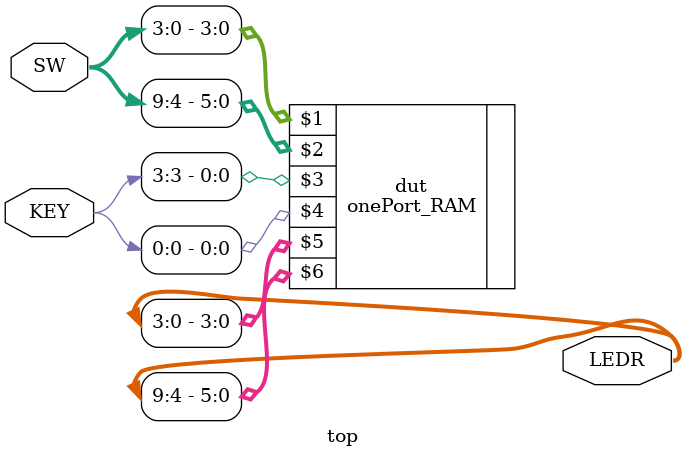
<source format=v>
module top (SW, KEY, LEDR);

    input wire [9:0] SW;        // DE-series switches
    input wire [3:0] KEY;       // DE-series pushbuttons

    output wire [9:0] LEDR;     // DE-series LEDs   

    onePort_RAM dut (SW[3:0], SW[9:4], KEY[3], KEY[0], LEDR[3:0], LEDR[9:4]);
 
endmodule


</source>
